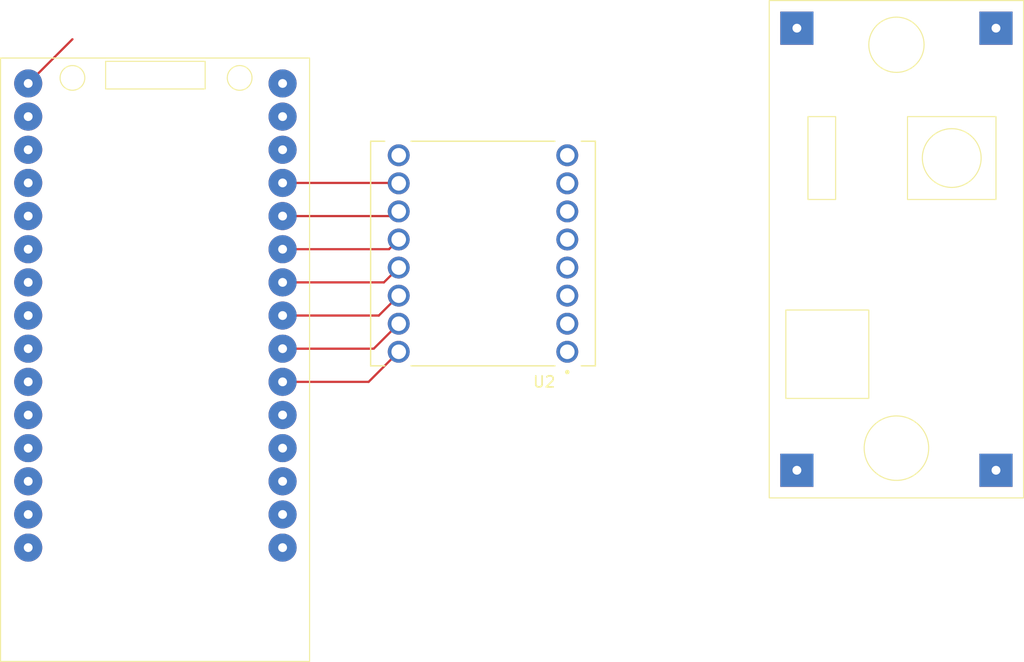
<source format=kicad_pcb>
(kicad_pcb (version 20241229) (generator "pcbnew") (generator_version "9.0")
  (layers (0 "F.Cu" signal) (2 "B.Cu" signal) (13 "F.Paste" user) (15 "B.Paste" user) (5 "F.SilkS" user "F.Silkscreen") (7 "B.SilkS" user "B.Silkscreen") (1 "F.Mask" user) (3 "B.Mask" user) (25 "Edge.Cuts" user))
  (net 0 "")
  (net 4 "+3.3V")
  (net 8 "GND")
  (net 21 "+9V")
  (net 22 "/Motor1_PWM")
  (net 23 "/Motor2_PWM")
  (net 24 "/Motor2_In1")
  (net 25 "/STBY_Pin")
  (net 26 "/Motor1_In2")
  (net 27 "/Motor1_In1")
  (net 28 "/Motor2_In2")
  (net 29 "/Motor1_Out2")
  (net 30 "/Motor2_Out1")
  (net 31 "/Motor1_Out1")
  (net 32 "/Motor2_Out2")
  (footprint "RylansComponents:DC-DC LM2596" (layer "F.Cu") (at 185.5 107 180)
    (property "Reference" "LM1" (hide yes))
    (property "Value" "~")
    (fp_rect (start 5.5 4.5) (end 8 12) (stroke (width 0.1)) (fill no) (layer "F.SilkS"))
    (fp_rect (start 2.5 -13.5) (end 10 -5.5) (stroke (width 0.1)) (fill no) (layer "F.SilkS"))
    (fp_rect (start -9 4.5) (end -1 12) (stroke (width 0.1)) (fill no) (layer "F.SilkS"))
    (fp_rect (start -11.5 -22.5) (end 11.5 22.5) (stroke (width 0.1)) (fill no) (layer "F.SilkS"))
    (fp_circle (center 0 18.5) (end 1.5 20.5) (stroke (width 0.1)) (fill no) (layer "F.SilkS"))
    (fp_circle (center 0 -18) (end 1.5 -15.5) (stroke (width 0.1)) (fill no) (layer "F.SilkS"))
    (fp_circle (center -5 8.25) (end -3 6.5) (stroke (width 0.1)) (fill no) (layer "F.SilkS"))
    (pad "1" thru_hole rect (at -9 -20 180) (size 3 3) (drill 0.8) (layers "*.Cu" "*.Mask") (net 8 "GND"))
    (pad "2" thru_hole rect (at -9 20 180) (size 3 3) (drill 0.8) (layers "*.Cu" "*.Mask") (net 8 "GND"))
    (pad "3" thru_hole rect (at 9 -20 180) (size 3 3) (drill 0.8) (layers "*.Cu" "*.Mask") (net 21 "+9V"))
    (pad "4" thru_hole rect (at 9 20 180) (size 3 3) (drill 0.8) (layers "*.Cu" "*.Mask") (net 4 "+3.3V"))
  )
  (footprint "RylansComponents:ESP32_DevModule" (layer "F.Cu") (at 118.5 117 180)
    (property "Reference" "ESP32_DevModule1" (hide yes))
    (property "Value" "~")
    (fp_rect (start -4.5 24.5) (end 4.5 27) (stroke (width 0.1)) (fill no) (layer "F.SilkS"))
    (fp_rect (start -13.94 -27.3) (end 14 27.3) (stroke (width 0.1)) (fill no) (layer "F.SilkS"))
    (fp_circle (center 7.5 25.5) (end 8 24.5) (stroke (width 0.1)) (fill no) (layer "F.SilkS"))
    (fp_circle (center -7.618034 25.5) (end -7.118034 24.5) (stroke (width 0.1)) (fill no) (layer "F.SilkS"))
    (pad "1" thru_hole circle (at -11.5 -17 180) (size 2.54 2.54) (drill 0.8) (layers "*.Cu" "*.Mask"))
    (pad "2" thru_hole circle (at -11.5 -14 180) (size 2.54 2.54) (drill 0.8) (layers "*.Cu" "*.Mask"))
    (pad "3" thru_hole circle (at -11.5 -11 180) (size 2.54 2.54) (drill 0.8) (layers "*.Cu" "*.Mask"))
    (pad "4" thru_hole circle (at -11.5 -8 180) (size 2.54 2.54) (drill 0.8) (layers "*.Cu" "*.Mask"))
    (pad "5" thru_hole circle (at -11.5 -5 180) (size 2.54 2.54) (drill 0.8) (layers "*.Cu" "*.Mask"))
    (pad "6" thru_hole circle (at -11.5 -2 180) (size 2.54 2.54) (drill 0.8) (layers "*.Cu" "*.Mask") (net 22 "/Motor1_PWM"))
    (pad "7" thru_hole circle (at -11.5 1 180) (size 2.54 2.54) (drill 0.8) (layers "*.Cu" "*.Mask") (net 26 "/Motor1_In2"))
    (pad "8" thru_hole circle (at -11.5 4 180) (size 2.54 2.54) (drill 0.8) (layers "*.Cu" "*.Mask") (net 27 "/Motor1_In1"))
    (pad "9" thru_hole circle (at -11.5 7 180) (size 2.54 2.54) (drill 0.8) (layers "*.Cu" "*.Mask") (net 25 "/STBY_Pin"))
    (pad "10" thru_hole circle (at -11.5 10 180) (size 2.54 2.54) (drill 0.8) (layers "*.Cu" "*.Mask") (net 24 "/Motor2_In1"))
    (pad "11" thru_hole circle (at -11.5 13 180) (size 2.54 2.54) (drill 0.8) (layers "*.Cu" "*.Mask") (net 28 "/Motor2_In2"))
    (pad "12" thru_hole circle (at -11.5 16 180) (size 2.54 2.54) (drill 0.8) (layers "*.Cu" "*.Mask") (net 23 "/Motor2_PWM"))
    (pad "13" thru_hole circle (at -11.5 19 180) (size 2.54 2.54) (drill 0.8) (layers "*.Cu" "*.Mask"))
    (pad "14" thru_hole circle (at -11.5 22 180) (size 2.54 2.54) (drill 0.8) (layers "*.Cu" "*.Mask") (net 8 "GND"))
    (pad "15" thru_hole circle (at -11.5 25 180) (size 2.54 2.54) (drill 0.8) (layers "*.Cu" "*.Mask"))
    (pad "16" thru_hole circle (at 11.5 -17 180) (size 2.54 2.54) (drill 0.8) (layers "*.Cu" "*.Mask"))
    (pad "17" thru_hole circle (at 11.5 -14 180) (size 2.54 2.54) (drill 0.8) (layers "*.Cu" "*.Mask"))
    (pad "18" thru_hole circle (at 11.5 -11 180) (size 2.54 2.54) (drill 0.8) (layers "*.Cu" "*.Mask"))
    (pad "19" thru_hole circle (at 11.5 -8 180) (size 2.54 2.54) (drill 0.8) (layers "*.Cu" "*.Mask"))
    (pad "20" thru_hole circle (at 11.5 -5 180) (size 2.54 2.54) (drill 0.8) (layers "*.Cu" "*.Mask"))
    (pad "21" thru_hole circle (at 11.5 -2 180) (size 2.54 2.54) (drill 0.8) (layers "*.Cu" "*.Mask"))
    (pad "22" thru_hole circle (at 11.5 1 180) (size 2.54 2.54) (drill 0.8) (layers "*.Cu" "*.Mask"))
    (pad "23" thru_hole circle (at 11.5 4 180) (size 2.54 2.54) (drill 0.8) (layers "*.Cu" "*.Mask"))
    (pad "24" thru_hole circle (at 11.5 7 180) (size 2.54 2.54) (drill 0.8) (layers "*.Cu" "*.Mask"))
    (pad "25" thru_hole circle (at 11.5 10 180) (size 2.54 2.54) (drill 0.8) (layers "*.Cu" "*.Mask"))
    (pad "26" thru_hole circle (at 11.5 13 180) (size 2.54 2.54) (drill 0.8) (layers "*.Cu" "*.Mask"))
    (pad "27" thru_hole circle (at 11.5 16 180) (size 2.54 2.54) (drill 0.8) (layers "*.Cu" "*.Mask"))
    (pad "28" thru_hole circle (at 11.5 19 180) (size 2.54 2.54) (drill 0.8) (layers "*.Cu" "*.Mask"))
    (pad "29" thru_hole circle (at 11.5 22 180) (size 2.54 2.54) (drill 0.8) (layers "*.Cu" "*.Mask") (net 8 "GND"))
    (pad "30" thru_hole circle (at 11.5 25 180) (size 2.54 2.54) (drill 0.8) (layers "*.Cu" "*.Mask") (net 4 "+3.3V"))
  )
  (footprint "ROB-14450:MODULE_ROB-14450" (layer "F.Cu") (at 148.12 107.39 180)
    (property "Reference" "U2" (at -5.5332 -11.6132 0) (layer "F.SilkS"))
    (property "Value" "ROB-14450")
    (fp_line (start 10.16 10.16) (end 10.16 -10.16) (stroke (width 0.127)) (layer "F.SilkS"))
    (fp_line (start 8.89 10.16) (end 10.16 10.16) (stroke (width 0.127)) (layer "F.SilkS"))
    (fp_line (start 8.89 -10.16) (end 10.16 -10.16) (stroke (width 0.127)) (layer "F.SilkS"))
    (fp_line (start -6.5 10.16) (end 6.5 10.16) (stroke (width 0.127)) (layer "F.SilkS"))
    (fp_line (start -6.5 -10.16) (end 6.5 -10.16) (stroke (width 0.127)) (layer "F.SilkS"))
    (fp_line (start -8.89 10.16) (end -10.16 10.16) (stroke (width 0.127)) (layer "F.SilkS"))
    (fp_line (start -8.89 -10.16) (end -10.16 -10.16) (stroke (width 0.127)) (layer "F.SilkS"))
    (fp_line (start -10.16 -10.16) (end -10.16 10.16) (stroke (width 0.127)) (layer "F.SilkS"))
    (fp_circle (center -7.62 -10.7282) (end -7.52 -10.7282) (stroke (width 0.2)) (fill no) (layer "F.SilkS"))
    (pad "1" thru_hole circle (at -7.62 -8.89 180) (size 1.98 1.98) (drill 1.32) (layers "*.Cu" "*.Mask") (net 21 "+9V"))
    (pad "2" thru_hole circle (at -7.62 -6.35 180) (size 1.98 1.98) (drill 1.32) (layers "*.Cu" "*.Mask") (net 4 "+3.3V"))
    (pad "3" thru_hole circle (at -7.62 -3.81 180) (size 1.98 1.98) (drill 1.32) (layers "*.Cu" "*.Mask") (net 8 "GND"))
    (pad "4" thru_hole circle (at -7.62 -1.27 180) (size 1.98 1.98) (drill 1.32) (layers "*.Cu" "*.Mask") (net 31 "/Motor1_Out1"))
    (pad "5" thru_hole circle (at -7.62 1.27 180) (size 1.98 1.98) (drill 1.32) (layers "*.Cu" "*.Mask") (net 29 "/Motor1_Out2"))
    (pad "6" thru_hole circle (at -7.62 3.81 180) (size 1.98 1.98) (drill 1.32) (layers "*.Cu" "*.Mask") (net 32 "/Motor2_Out2"))
    (pad "7" thru_hole circle (at -7.62 6.35 180) (size 1.98 1.98) (drill 1.32) (layers "*.Cu" "*.Mask") (net 30 "/Motor2_Out1"))
    (pad "8" thru_hole circle (at -7.62 8.89 180) (size 1.98 1.98) (drill 1.32) (layers "*.Cu" "*.Mask") (net 8 "GND"))
    (pad "9" thru_hole circle (at 7.62 8.89 180) (size 1.98 1.98) (drill 1.32) (layers "*.Cu" "*.Mask") (net 8 "GND"))
    (pad "10" thru_hole circle (at 7.62 6.35 180) (size 1.98 1.98) (drill 1.32) (layers "*.Cu" "*.Mask") (net 23 "/Motor2_PWM"))
    (pad "11" thru_hole circle (at 7.62 3.81 180) (size 1.98 1.98) (drill 1.32) (layers "*.Cu" "*.Mask") (net 28 "/Motor2_In2"))
    (pad "12" thru_hole circle (at 7.62 1.27 180) (size 1.98 1.98) (drill 1.32) (layers "*.Cu" "*.Mask") (net 24 "/Motor2_In1"))
    (pad "13" thru_hole circle (at 7.62 -1.27 180) (size 1.98 1.98) (drill 1.32) (layers "*.Cu" "*.Mask") (net 25 "/STBY_Pin"))
    (pad "14" thru_hole circle (at 7.62 -3.81 180) (size 1.98 1.98) (drill 1.32) (layers "*.Cu" "*.Mask") (net 27 "/Motor1_In1"))
    (pad "15" thru_hole circle (at 7.62 -6.35 180) (size 1.98 1.98) (drill 1.32) (layers "*.Cu" "*.Mask") (net 26 "/Motor1_In2"))
    (pad "16" thru_hole circle (at 7.62 -8.89 180) (size 1.98 1.98) (drill 1.32) (layers "*.Cu" "*.Mask") (net 22 "/Motor1_PWM"))
  )
  (segment (start 111 88) (end 107 92) (width 0.2) (layer "F.Cu") (net 4))
  (segment (start 137.78 119) (end 140.5 116.28) (width 0.2) (layer "F.Cu") (net 22))
  (segment (start 130 119) (end 137.78 119) (width 0.2) (layer "F.Cu") (net 22))
  (segment (start 130 101) (end 140.46 101) (width 0.2) (layer "F.Cu") (net 23))
  (segment (start 140.46 101) (end 140.5 101.04) (width 0.2) (layer "F.Cu") (net 23))
  (segment (start 139.62 107) (end 140.5 106.12) (width 0.2) (layer "F.Cu") (net 24))
  (segment (start 130 107) (end 139.62 107) (width 0.2) (layer "F.Cu") (net 24))
  (segment (start 139.16 110) (end 140.5 108.66) (width 0.2) (layer "F.Cu") (net 25))
  (segment (start 130 110) (end 139.16 110) (width 0.2) (layer "F.Cu") (net 25))
  (segment (start 130 116) (end 138.24 116) (width 0.2) (layer "F.Cu") (net 26))
  (segment (start 138.24 116) (end 140.5 113.74) (width 0.2) (layer "F.Cu") (net 26))
  (segment (start 130 113) (end 138.7 113) (width 0.2) (layer "F.Cu") (net 27))
  (segment (start 138.7 113) (end 140.5 111.2) (width 0.2) (layer "F.Cu") (net 27))
  (segment (start 130 104) (end 140.08 104) (width 0.2) (layer "F.Cu") (net 28))
  (segment (start 140.08 104) (end 140.5 103.58) (width 0.2) (layer "F.Cu") (net 28))
)
</source>
